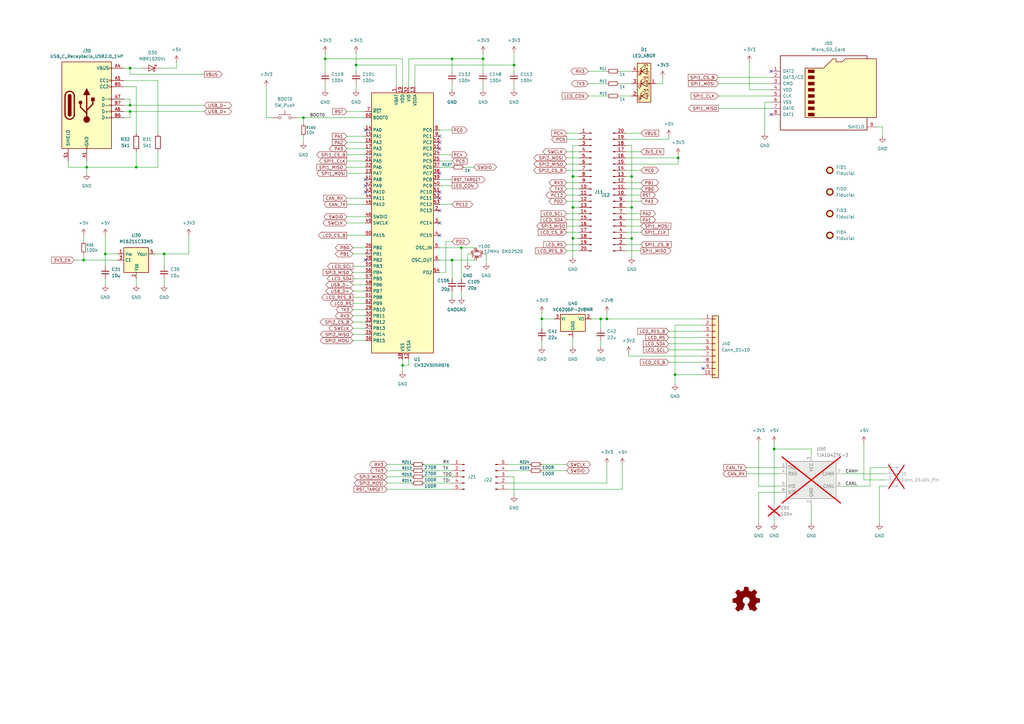
<source format=kicad_sch>
(kicad_sch (version 20250114) (generator "eeschema") (generator_version "9.0")
  (paper "A3")
  (title_block (title "Quince micro lite") (date "2026-01-23") (rev "1.0") (company "CyrusDreams") (comment 1 "CERN-OHL-S-2.0"))
  (junction (at 210.82 26.67))
  (junction (at 189.23 101.6))
  (junction (at 246.38 130.81))
  (junction (at 124.46 48.26))
  (junction (at 165.1 149.86))
  (junction (at 259.08 85.09))
  (junction (at 34.29 106.68))
  (junction (at 198.12 24.13))
  (junction (at 133.35 24.13))
  (junction (at 185.42 24.13))
  (junction (at 234.95 72.39))
  (junction (at 67.31 104.14))
  (junction (at 185.42 106.68))
  (junction (at 55.88 68.58))
  (junction (at 53.34 27.94))
  (junction (at 278.13 64.77))
  (junction (at 234.95 97.79))
  (junction (at 259.08 72.39))
  (junction (at 43.18 104.14))
  (junction (at 317.5 184.15))
  (junction (at 234.95 85.09))
  (junction (at 248.92 130.81))
  (junction (at 259.08 97.79))
  (junction (at 146.05 26.67))
  (junction (at 35.56 68.58))
  (junction (at 222.25 130.81))
  (junction (at 53.34 45.72))
  (junction (at 53.34 43.18))
  (junction (at 276.86 153.67))
  (no_connect (at 149.86 106.68))
  (no_connect (at 316.23 29.21))
  (no_connect (at 180.34 91.44))
  (no_connect (at 180.34 86.36))
  (no_connect (at 149.86 76.2))
  (no_connect (at 288.29 151.13))
  (no_connect (at 149.86 78.74))
  (no_connect (at 149.86 73.66))
  (no_connect (at 180.34 60.96))
  (no_connect (at 180.34 58.42))
  (no_connect (at 180.34 96.52))
  (no_connect (at 180.34 55.88))
  (no_connect (at 149.86 53.34))
  (no_connect (at 180.34 78.74))
  (no_connect (at 316.23 46.99))
  (no_connect (at 180.34 71.12))
  (no_connect (at 180.34 81.28))
  (wire (pts (xy 234.95 59.69) (xy 234.95 72.39)))
  (wire (pts (xy 274.32 140.97) (xy 288.29 140.97)))
  (wire (pts (xy 255.27 200.66) (xy 208.28 200.66)))
  (wire (pts (xy 256.54 95.25) (xy 262.89 95.25)))
  (wire (pts (xy 234.95 138.43) (xy 234.95 142.24)))
  (wire (pts (xy 55.88 62.23) (xy 55.88 68.58)))
  (wire (pts (xy 254 34.29) (xy 259.08 34.29)))
  (wire (pts (xy 109.22 48.26) (xy 111.76 48.26)))
  (wire (pts (xy 77.47 104.14) (xy 67.31 104.14)))
  (wire (pts (xy 232.41 69.85) (xy 237.49 69.85)))
  (wire (pts (xy 317.5 184.15) (xy 332.74 184.15)))
  (wire (pts (xy 55.88 68.58) (xy 35.56 68.58)))
  (wire (pts (xy 142.24 66.04) (xy 149.86 66.04)))
  (wire (pts (xy 248.92 128.27) (xy 248.92 130.81)))
  (wire (pts (xy 208.28 190.5) (xy 217.17 190.5)))
  (wire (pts (xy 307.34 25.4) (xy 307.34 36.83)))
  (wire (pts (xy 246.38 130.81) (xy 246.38 134.62)))
  (wire (pts (xy 210.82 26.67) (xy 210.82 29.21)))
  (wire (pts (xy 256.54 77.47) (xy 262.89 77.47)))
  (wire (pts (xy 313.69 41.91) (xy 316.23 41.91)))
  (wire (pts (xy 67.31 104.14) (xy 63.5 104.14)))
  (wire (pts (xy 35.56 66.04) (xy 35.56 68.58)))
  (wire (pts (xy 180.34 63.5) (xy 185.42 63.5)))
  (wire (pts (xy 158.75 198.12) (xy 168.91 198.12)))
  (wire (pts (xy 133.35 29.21) (xy 133.35 24.13)))
  (wire (pts (xy 180.34 53.34) (xy 185.42 53.34)))
  (wire (pts (xy 185.42 106.68) (xy 185.42 114.3)))
  (wire (pts (xy 259.08 72.39) (xy 259.08 85.09)))
  (wire (pts (xy 234.95 85.09) (xy 234.95 97.79)))
  (wire (pts (xy 332.74 207.01) (xy 332.74 214.63)))
  (wire (pts (xy 232.41 62.23) (xy 237.49 62.23)))
  (wire (pts (xy 180.34 101.6) (xy 189.23 101.6)))
  (wire (pts (xy 142.24 91.44) (xy 149.86 91.44)))
  (wire (pts (xy 237.49 59.69) (xy 234.95 59.69)))
  (wire (pts (xy 255.27 190.5) (xy 255.27 200.66)))
  (wire (pts (xy 133.35 34.29) (xy 133.35 36.83)))
  (wire (pts (xy 234.95 97.79) (xy 237.49 97.79)))
  (wire (pts (xy 121.92 48.26) (xy 124.46 48.26)))
  (wire (pts (xy 142.24 55.88) (xy 149.86 55.88)))
  (wire (pts (xy 256.54 72.39) (xy 259.08 72.39)))
  (wire (pts (xy 189.23 119.38) (xy 189.23 121.92)))
  (wire (pts (xy 256.54 100.33) (xy 262.89 100.33)))
  (wire (pts (xy 256.54 80.01) (xy 262.89 80.01)))
  (wire (pts (xy 53.34 43.18) (xy 50.8 43.18)))
  (wire (pts (xy 53.34 27.94) (xy 58.42 27.94)))
  (wire (pts (xy 72.39 25.4) (xy 72.39 27.94)))
  (wire (pts (xy 180.34 66.04) (xy 185.42 66.04)))
  (wire (pts (xy 190.5 68.58) (xy 194.31 68.58)))
  (wire (pts (xy 199.39 104.14) (xy 198.12 104.14)))
  (wire (pts (xy 222.25 128.27) (xy 222.25 130.81)))
  (wire (pts (xy 246.38 130.81) (xy 248.92 130.81)))
  (wire (pts (xy 361.95 52.07) (xy 359.41 52.07)))
  (wire (pts (xy 53.34 48.26) (xy 53.34 45.72)))
  (wire (pts (xy 232.41 54.61) (xy 237.49 54.61)))
  (wire (pts (xy 234.95 72.39) (xy 234.95 85.09)))
  (wire (pts (xy 142.24 58.42) (xy 149.86 58.42)))
  (wire (pts (xy 144.78 132.08) (xy 149.86 132.08)))
  (wire (pts (xy 256.54 82.55) (xy 262.89 82.55)))
  (wire (pts (xy 144.78 137.16) (xy 149.86 137.16)))
  (wire (pts (xy 317.5 181.61) (xy 317.5 184.15)))
  (wire (pts (xy 274.32 148.59) (xy 288.29 148.59)))
  (wire (pts (xy 232.41 74.93) (xy 237.49 74.93)))
  (wire (pts (xy 246.38 139.7) (xy 246.38 142.24)))
  (wire (pts (xy 361.95 55.88) (xy 361.95 52.07)))
  (wire (pts (xy 189.23 101.6) (xy 195.58 101.6)))
  (wire (pts (xy 64.77 68.58) (xy 55.88 68.58)))
  (wire (pts (xy 256.54 74.93) (xy 262.89 74.93)))
  (wire (pts (xy 27.94 68.58) (xy 35.56 68.58)))
  (wire (pts (xy 232.41 92.71) (xy 237.49 92.71)))
  (wire (pts (xy 256.54 102.87) (xy 262.89 102.87)))
  (wire (pts (xy 185.42 24.13) (xy 185.42 29.21)))
  (wire (pts (xy 72.39 27.94) (xy 66.04 27.94)))
  (wire (pts (xy 67.31 104.14) (xy 67.31 109.22)))
  (wire (pts (xy 185.42 34.29) (xy 185.42 36.83)))
  (wire (pts (xy 320.04 199.39) (xy 311.15 199.39)))
  (wire (pts (xy 34.29 106.68) (xy 34.29 104.14)))
  (wire (pts (xy 167.64 24.13) (xy 167.64 35.56)))
  (wire (pts (xy 274.32 138.43) (xy 288.29 138.43)))
  (wire (pts (xy 271.78 34.29) (xy 269.24 34.29)))
  (wire (pts (xy 182.88 99.06) (xy 185.42 99.06)))
  (wire (pts (xy 278.13 63.5) (xy 278.13 64.77)))
  (wire (pts (xy 271.78 31.75) (xy 271.78 34.29)))
  (wire (pts (xy 142.24 96.52) (xy 149.86 96.52)))
  (wire (pts (xy 53.34 45.72) (xy 50.8 45.72)))
  (wire (pts (xy 142.24 68.58) (xy 149.86 68.58)))
  (wire (pts (xy 222.25 190.5) (xy 232.41 190.5)))
  (wire (pts (xy 254 29.21) (xy 259.08 29.21)))
  (wire (pts (xy 142.24 88.9) (xy 149.86 88.9)))
  (wire (pts (xy 306.07 194.31) (xy 320.04 194.31)))
  (wire (pts (xy 294.64 39.37) (xy 316.23 39.37)))
  (wire (pts (xy 167.64 24.13) (xy 185.42 24.13)))
  (wire (pts (xy 276.86 133.35) (xy 276.86 153.67)))
  (wire (pts (xy 158.75 190.5) (xy 168.91 190.5)))
  (wire (pts (xy 232.41 100.33) (xy 237.49 100.33)))
  (wire (pts (xy 55.88 114.3) (xy 55.88 116.84)))
  (wire (pts (xy 53.34 30.48) (xy 53.34 27.94)))
  (wire (pts (xy 332.74 184.15) (xy 332.74 186.69)))
  (wire (pts (xy 50.8 48.26) (xy 53.34 48.26)))
  (wire (pts (xy 64.77 62.23) (xy 64.77 68.58)))
  (wire (pts (xy 256.54 97.79) (xy 259.08 97.79)))
  (wire (pts (xy 256.54 54.61) (xy 262.89 54.61)))
  (wire (pts (xy 256.54 87.63) (xy 262.89 87.63)))
  (wire (pts (xy 124.46 48.26) (xy 149.86 48.26)))
  (wire (pts (xy 30.48 106.68) (xy 34.29 106.68)))
  (wire (pts (xy 360.68 199.39) (xy 360.68 214.63)))
  (wire (pts (xy 144.78 101.6) (xy 149.86 101.6)))
  (wire (pts (xy 256.54 67.31) (xy 278.13 67.31)))
  (wire (pts (xy 144.78 116.84) (xy 149.86 116.84)))
  (wire (pts (xy 162.56 26.67) (xy 162.56 35.56)))
  (wire (pts (xy 256.54 90.17) (xy 262.89 90.17)))
  (wire (pts (xy 43.18 104.14) (xy 43.18 96.52)))
  (wire (pts (xy 180.34 76.2) (xy 185.42 76.2)))
  (wire (pts (xy 34.29 96.52) (xy 34.29 99.06)))
  (wire (pts (xy 294.64 34.29) (xy 316.23 34.29)))
  (wire (pts (xy 180.34 68.58) (xy 185.42 68.58)))
  (wire (pts (xy 320.04 201.93) (xy 311.15 201.93)))
  (wire (pts (xy 354.33 196.85) (xy 363.22 196.85)))
  (wire (pts (xy 53.34 27.94) (xy 50.8 27.94)))
  (wire (pts (xy 257.81 146.05) (xy 257.81 144.78)))
  (wire (pts (xy 50.8 33.02) (xy 64.77 33.02)))
  (wire (pts (xy 144.78 139.7) (xy 149.86 139.7)))
  (wire (pts (xy 274.32 57.15) (xy 274.32 55.88)))
  (wire (pts (xy 232.41 87.63) (xy 237.49 87.63)))
  (wire (pts (xy 313.69 54.61) (xy 313.69 41.91)))
  (wire (pts (xy 256.54 85.09) (xy 259.08 85.09)))
  (wire (pts (xy 133.35 24.13) (xy 165.1 24.13)))
  (wire (pts (xy 64.77 33.02) (xy 64.77 54.61)))
  (wire (pts (xy 276.86 153.67) (xy 288.29 153.67)))
  (wire (pts (xy 248.92 190.5) (xy 248.92 198.12)))
  (wire (pts (xy 256.54 59.69) (xy 259.08 59.69)))
  (wire (pts (xy 165.1 147.32) (xy 165.1 149.86)))
  (wire (pts (xy 256.54 92.71) (xy 262.89 92.71)))
  (wire (pts (xy 182.88 111.76) (xy 182.88 99.06)))
  (wire (pts (xy 67.31 114.3) (xy 67.31 116.84)))
  (wire (pts (xy 241.3 39.37) (xy 248.92 39.37)))
  (wire (pts (xy 27.94 66.04) (xy 27.94 68.58)))
  (wire (pts (xy 35.56 68.58) (xy 35.56 71.12)))
  (wire (pts (xy 144.78 109.22) (xy 149.86 109.22)))
  (wire (pts (xy 306.07 191.77) (xy 320.04 191.77)))
  (wire (pts (xy 210.82 195.58) (xy 208.28 195.58)))
  (wire (pts (xy 170.18 26.67) (xy 210.82 26.67)))
  (wire (pts (xy 232.41 77.47) (xy 237.49 77.47)))
  (wire (pts (xy 234.95 72.39) (xy 237.49 72.39)))
  (wire (pts (xy 356.87 191.77) (xy 363.22 191.77)))
  (wire (pts (xy 146.05 26.67) (xy 162.56 26.67)))
  (wire (pts (xy 198.12 29.21) (xy 198.12 24.13)))
  (wire (pts (xy 146.05 29.21) (xy 146.05 26.67)))
  (wire (pts (xy 311.15 201.93) (xy 311.15 214.63)))
  (wire (pts (xy 198.12 34.29) (xy 198.12 36.83)))
  (wire (pts (xy 198.12 21.59) (xy 198.12 24.13)))
  (wire (pts (xy 222.25 130.81) (xy 222.25 134.62)))
  (wire (pts (xy 146.05 34.29) (xy 146.05 36.83)))
  (wire (pts (xy 242.57 130.81) (xy 246.38 130.81)))
  (wire (pts (xy 278.13 64.77) (xy 256.54 64.77)))
  (wire (pts (xy 173.99 198.12) (xy 185.42 198.12)))
  (wire (pts (xy 257.81 146.05) (xy 288.29 146.05)))
  (wire (pts (xy 158.75 193.04) (xy 168.91 193.04)))
  (wire (pts (xy 180.34 83.82) (xy 185.42 83.82)))
  (wire (pts (xy 144.78 127) (xy 149.86 127)))
  (wire (pts (xy 294.64 31.75) (xy 316.23 31.75)))
  (wire (pts (xy 232.41 80.01) (xy 237.49 80.01)))
  (wire (pts (xy 241.3 29.21) (xy 248.92 29.21)))
  (wire (pts (xy 294.64 44.45) (xy 316.23 44.45)))
  (wire (pts (xy 256.54 57.15) (xy 274.32 57.15)))
  (wire (pts (xy 83.82 45.72) (xy 53.34 45.72)))
  (wire (pts (xy 144.78 111.76) (xy 149.86 111.76)))
  (wire (pts (xy 234.95 97.79) (xy 234.95 105.41)))
  (wire (pts (xy 142.24 45.72) (xy 149.86 45.72)))
  (wire (pts (xy 165.1 24.13) (xy 165.1 35.56)))
  (wire (pts (xy 311.15 199.39) (xy 311.15 181.61)))
  (wire (pts (xy 142.24 83.82) (xy 149.86 83.82)))
  (wire (pts (xy 345.44 194.31) (xy 363.22 194.31)))
  (wire (pts (xy 185.42 119.38) (xy 185.42 121.92)))
  (wire (pts (xy 180.34 106.68) (xy 185.42 106.68)))
  (wire (pts (xy 146.05 21.59) (xy 146.05 26.67)))
  (wire (pts (xy 232.41 67.31) (xy 237.49 67.31)))
  (wire (pts (xy 144.78 114.3) (xy 149.86 114.3)))
  (wire (pts (xy 259.08 85.09) (xy 259.08 97.79)))
  (wire (pts (xy 210.82 34.29) (xy 210.82 36.83)))
  (wire (pts (xy 144.78 129.54) (xy 149.86 129.54)))
  (wire (pts (xy 256.54 69.85) (xy 262.89 69.85)))
  (wire (pts (xy 345.44 199.39) (xy 356.87 199.39)))
  (wire (pts (xy 167.64 149.86) (xy 165.1 149.86)))
  (wire (pts (xy 198.12 24.13) (xy 185.42 24.13)))
  (wire (pts (xy 276.86 153.67) (xy 276.86 157.48)))
  (wire (pts (xy 133.35 21.59) (xy 133.35 24.13)))
  (wire (pts (xy 185.42 195.58) (xy 173.99 195.58)))
  (wire (pts (xy 144.78 134.62) (xy 149.86 134.62)))
  (wire (pts (xy 142.24 81.28) (xy 149.86 81.28)))
  (wire (pts (xy 50.8 40.64) (xy 53.34 40.64)))
  (wire (pts (xy 83.82 30.48) (xy 53.34 30.48)))
  (wire (pts (xy 232.41 102.87) (xy 237.49 102.87)))
  (wire (pts (xy 222.25 139.7) (xy 222.25 142.24)))
  (wire (pts (xy 180.34 73.66) (xy 185.42 73.66)))
  (wire (pts (xy 180.34 111.76) (xy 182.88 111.76)))
  (wire (pts (xy 43.18 114.3) (xy 43.18 116.84)))
  (wire (pts (xy 43.18 104.14) (xy 43.18 109.22)))
  (wire (pts (xy 241.3 34.29) (xy 248.92 34.29)))
  (wire (pts (xy 208.28 193.04) (xy 217.17 193.04)))
  (wire (pts (xy 142.24 60.96) (xy 149.86 60.96)))
  (wire (pts (xy 124.46 55.88) (xy 124.46 58.42)))
  (wire (pts (xy 222.25 193.04) (xy 232.41 193.04)))
  (wire (pts (xy 317.5 207.01) (xy 317.5 184.15)))
  (wire (pts (xy 142.24 63.5) (xy 149.86 63.5)))
  (wire (pts (xy 274.32 135.89) (xy 288.29 135.89)))
  (wire (pts (xy 356.87 199.39) (xy 356.87 191.77)))
  (wire (pts (xy 254 39.37) (xy 259.08 39.37)))
  (wire (pts (xy 248.92 130.81) (xy 288.29 130.81)))
  (wire (pts (xy 199.39 104.14) (xy 199.39 107.95)))
  (wire (pts (xy 173.99 193.04) (xy 185.42 193.04)))
  (wire (pts (xy 53.34 40.64) (xy 53.34 43.18)))
  (wire (pts (xy 274.32 143.51) (xy 288.29 143.51)))
  (wire (pts (xy 259.08 59.69) (xy 259.08 72.39)))
  (wire (pts (xy 191.77 104.14) (xy 191.77 107.95)))
  (wire (pts (xy 144.78 119.38) (xy 149.86 119.38)))
  (wire (pts (xy 307.34 36.83) (xy 316.23 36.83)))
  (wire (pts (xy 232.41 90.17) (xy 237.49 90.17)))
  (wire (pts (xy 210.82 195.58) (xy 210.82 203.2)))
  (wire (pts (xy 317.5 212.09) (xy 317.5 214.63)))
  (wire (pts (xy 232.41 57.15) (xy 237.49 57.15)))
  (wire (pts (xy 210.82 21.59) (xy 210.82 26.67)))
  (wire (pts (xy 144.78 104.14) (xy 149.86 104.14)))
  (wire (pts (xy 248.92 198.12) (xy 208.28 198.12)))
  (wire (pts (xy 191.77 104.14) (xy 193.04 104.14)))
  (wire (pts (xy 165.1 149.86) (xy 165.1 152.4)))
  (wire (pts (xy 83.82 43.18) (xy 53.34 43.18)))
  (wire (pts (xy 50.8 35.56) (xy 55.88 35.56)))
  (wire (pts (xy 256.54 62.23) (xy 262.89 62.23)))
  (wire (pts (xy 48.26 106.68) (xy 34.29 106.68)))
  (wire (pts (xy 158.75 200.66) (xy 185.42 200.66)))
  (wire (pts (xy 222.25 130.81) (xy 227.33 130.81)))
  (wire (pts (xy 354.33 196.85) (xy 354.33 181.61)))
  (wire (pts (xy 232.41 95.25) (xy 237.49 95.25)))
  (wire (pts (xy 158.75 195.58) (xy 168.91 195.58)))
  (wire (pts (xy 232.41 82.55) (xy 237.49 82.55)))
  (wire (pts (xy 363.22 199.39) (xy 360.68 199.39)))
  (wire (pts (xy 259.08 97.79) (xy 259.08 105.41)))
  (wire (pts (xy 77.47 96.52) (xy 77.47 104.14)))
  (wire (pts (xy 124.46 48.26) (xy 124.46 50.8)))
  (wire (pts (xy 232.41 64.77) (xy 237.49 64.77)))
  (wire (pts (xy 48.26 104.14) (xy 43.18 104.14)))
  (wire (pts (xy 276.86 133.35) (xy 288.29 133.35)))
  (wire (pts (xy 170.18 26.67) (xy 170.18 35.56)))
  (wire (pts (xy 185.42 106.68) (xy 195.58 106.68)))
  (wire (pts (xy 234.95 85.09) (xy 237.49 85.09)))
  (wire (pts (xy 109.22 35.56) (xy 109.22 48.26)))
  (wire (pts (xy 144.78 121.92) (xy 149.86 121.92)))
  (wire (pts (xy 167.64 147.32) (xy 167.64 149.86)))
  (wire (pts (xy 55.88 35.56) (xy 55.88 54.61)))
  (wire (pts (xy 144.78 124.46) (xy 149.86 124.46)))
  (wire (pts (xy 189.23 101.6) (xy 189.23 114.3)))
  (wire (pts (xy 142.24 71.12) (xy 149.86 71.12)))
  (wire (pts (xy 173.99 190.5) (xy 185.42 190.5)))
  (wire (pts (xy 278.13 67.31) (xy 278.13 64.77)))
  (label "CANL" (at 346.71 199.39 0))
  (label "BOOT0" (at 127 48.26 0))
  (label "TX" (at 181.61 193.04 0))
  (label "TDO" (at 181.61 195.58 0))
  (label "TDI" (at 181.61 198.12 0))
  (label "CANH" (at 346.71 194.31 0))
  (label "RX" (at 181.61 190.5 0))
  (global_label "LCD_RS" (shape input) (at 232.41 100.33 180) (property "Intersheetrefs" "${INTERSHEET_REFS}" (effects (hide yes))))
  (global_label "RX3" (shape bidirectional) (at 144.78 129.54 180) (property "Intersheetrefs" "${INTERSHEET_REFS}" (effects (hide yes))))
  (global_label "CAN_RX" (shape input) (at 142.24 81.28 180) (property "Intersheetrefs" "${INTERSHEET_REFS}" (effects (hide yes))))
  (global_label "RST" (shape output) (at 262.89 80.01 0) (property "Intersheetrefs" "${INTERSHEET_REFS}" (effects (hide yes))))
  (global_label "SPI1_MOSI" (shape input) (at 262.89 92.71 0) (property "Intersheetrefs" "${INTERSHEET_REFS}" (effects (hide yes))))
  (global_label "SPI3_MISO" (shape output) (at 232.41 92.71 180) (property "Intersheetrefs" "${INTERSHEET_REFS}" (effects (hide yes))))
  (global_label "PA1" (shape input) (at 142.24 55.88 180) (property "Intersheetrefs" "${INTERSHEET_REFS}" (effects (hide yes))))
  (global_label "SWCLK" (shape bidirectional) (at 142.24 91.44 180) (property "Intersheetrefs" "${INTERSHEET_REFS}" (effects (hide yes))))
  (global_label "PA3" (shape bidirectional) (at 142.24 60.96 180) (property "Intersheetrefs" "${INTERSHEET_REFS}" (effects (hide yes))))
  (global_label "USB_D+" (shape bidirectional) (at 83.82 45.72 0) (property "Intersheetrefs" "${INTERSHEET_REFS}" (effects (hide yes))))
  (global_label "SPI2_CS_B" (shape bidirectional) (at 232.41 69.85 180) (property "Intersheetrefs" "${INTERSHEET_REFS}" (effects (hide yes))))
  (global_label "3V3_EN" (shape input) (at 262.89 62.23 0) (property "Intersheetrefs" "${INTERSHEET_REFS}" (effects (hide yes))))
  (global_label "PD2" (shape bidirectional) (at 232.41 82.55 180) (property "Intersheetrefs" "${INTERSHEET_REFS}" (effects (hide yes))))
  (global_label "SPI2_CS_B" (shape bidirectional) (at 144.78 132.08 180) (property "Intersheetrefs" "${INTERSHEET_REFS}" (effects (hide yes))))
  (global_label "VBUS" (shape output) (at 83.82 30.48 0) (property "Intersheetrefs" "${INTERSHEET_REFS}" (effects (hide yes))))
  (global_label "RX3" (shape bidirectional) (at 241.3 29.21 180) (property "Intersheetrefs" "${INTERSHEET_REFS}" (effects (hide yes))))
  (global_label "SPI2_MISO" (shape bidirectional) (at 158.75 195.58 180) (property "Intersheetrefs" "${INTERSHEET_REFS}" (effects (hide yes))))
  (global_label "SPI2_MOSI" (shape bidirectional) (at 144.78 139.7 180) (property "Intersheetrefs" "${INTERSHEET_REFS}" (effects (hide yes))))
  (global_label "SWCLK" (shape bidirectional) (at 144.78 134.62 180) (property "Intersheetrefs" "${INTERSHEET_REFS}" (effects (hide yes))))
  (global_label "RST_TARGET" (shape input) (at 158.75 200.66 180) (property "Intersheetrefs" "${INTERSHEET_REFS}" (effects (hide yes))))
  (global_label "LCD_SCL" (shape output) (at 144.78 109.22 180) (property "Intersheetrefs" "${INTERSHEET_REFS}" (effects (hide yes))))
  (global_label "PA2" (shape input) (at 142.24 58.42 180) (property "Intersheetrefs" "${INTERSHEET_REFS}" (effects (hide yes))))
  (global_label "SPI2_MOSI" (shape bidirectional) (at 232.41 64.77 180) (property "Intersheetrefs" "${INTERSHEET_REFS}" (effects (hide yes))))
  (global_label "PB1" (shape bidirectional) (at 262.89 74.93 0) (property "Intersheetrefs" "${INTERSHEET_REFS}" (effects (hide yes))))
  (global_label "RX3" (shape bidirectional) (at 232.41 74.93 180) (property "Intersheetrefs" "${INTERSHEET_REFS}" (effects (hide yes))))
  (global_label "LCD_SDA" (shape output) (at 144.78 114.3 180) (property "Intersheetrefs" "${INTERSHEET_REFS}" (effects (hide yes))))
  (global_label "SWCLK" (shape bidirectional) (at 232.41 190.5 0) (property "Intersheetrefs" "${INTERSHEET_REFS}" (effects (hide yes))))
  (global_label "SPI2_MISO" (shape bidirectional) (at 232.41 67.31 180) (property "Intersheetrefs" "${INTERSHEET_REFS}" (effects (hide yes))))
  (global_label "PC12" (shape bidirectional) (at 232.41 80.01 180) (property "Intersheetrefs" "${INTERSHEET_REFS}" (effects (hide yes))))
  (global_label "SPI1_CS_B" (shape input) (at 262.89 100.33 0) (property "Intersheetrefs" "${INTERSHEET_REFS}" (effects (hide yes))))
  (global_label "LCD_SDA" (shape input) (at 232.41 90.17 180) (property "Intersheetrefs" "${INTERSHEET_REFS}" (effects (hide yes))))
  (global_label "SPI1_CS_B" (shape output) (at 142.24 63.5 180) (property "Intersheetrefs" "${INTERSHEET_REFS}" (effects (hide yes))))
  (global_label "PC5" (shape output) (at 232.41 57.15 180) (property "Intersheetrefs" "${INTERSHEET_REFS}" (effects (hide yes))))
  (global_label "VBUS" (shape input) (at 262.89 54.61 0) (property "Intersheetrefs" "${INTERSHEET_REFS}" (effects (hide yes))))
  (global_label "PA3" (shape bidirectional) (at 262.89 82.55 0) (property "Intersheetrefs" "${INTERSHEET_REFS}" (effects (hide yes))))
  (global_label "CAN_TX" (shape output) (at 142.24 83.82 180) (property "Intersheetrefs" "${INTERSHEET_REFS}" (effects (hide yes))))
  (global_label "SPI1_MOSI" (shape input) (at 294.64 34.29 180) (property "Intersheetrefs" "${INTERSHEET_REFS}" (effects (hide yes))))
  (global_label "USB_D-" (shape bidirectional) (at 83.82 43.18 0) (property "Intersheetrefs" "${INTERSHEET_REFS}" (effects (hide yes))))
  (global_label "LCD_CS_B" (shape input) (at 232.41 95.25 180) (property "Intersheetrefs" "${INTERSHEET_REFS}" (effects (hide yes))))
  (global_label "SPI1_MISO" (shape output) (at 262.89 102.87 0) (property "Intersheetrefs" "${INTERSHEET_REFS}" (effects (hide yes))))
  (global_label "LCD_SDA" (shape input) (at 274.32 140.97 180) (property "Intersheetrefs" "${INTERSHEET_REFS}" (effects (hide yes))))
  (global_label "CAN_TX" (shape input) (at 306.07 191.77 180) (property "Intersheetrefs" "${INTERSHEET_REFS}" (effects (hide yes))))
  (global_label "SPI1_CLK" (shape output) (at 142.24 66.04 180) (property "Intersheetrefs" "${INTERSHEET_REFS}" (effects (hide yes))))
  (global_label "SPI1_CLK" (shape input) (at 262.89 95.25 0) (property "Intersheetrefs" "${INTERSHEET_REFS}" (effects (hide yes))))
  (global_label "PC4" (shape input) (at 232.41 54.61 180) (property "Intersheetrefs" "${INTERSHEET_REFS}" (effects (hide yes))))
  (global_label "RST_TARGET" (shape output) (at 185.42 73.66 0) (property "Intersheetrefs" "${INTERSHEET_REFS}" (effects (hide yes))))
  (global_label "SPI1_MOSI" (shape output) (at 142.24 71.12 180) (property "Intersheetrefs" "${INTERSHEET_REFS}" (effects (hide yes))))
  (global_label "LCD_RES_B" (shape output) (at 144.78 121.92 180) (property "Intersheetrefs" "${INTERSHEET_REFS}" (effects (hide yes))))
  (global_label "PB0" (shape bidirectional) (at 262.89 77.47 0) (property "Intersheetrefs" "${INTERSHEET_REFS}" (effects (hide yes))))
  (global_label "SPI3_MISO" (shape input) (at 144.78 111.76 180) (property "Intersheetrefs" "${INTERSHEET_REFS}" (effects (hide yes))))
  (global_label "USB_D+" (shape bidirectional) (at 144.78 119.38 180) (property "Intersheetrefs" "${INTERSHEET_REFS}" (effects (hide yes))))
  (global_label "SPI1_MISO" (shape output) (at 294.64 44.45 180) (property "Intersheetrefs" "${INTERSHEET_REFS}" (effects (hide yes))))
  (global_label "LCD_SCL" (shape input) (at 232.41 87.63 180) (property "Intersheetrefs" "${INTERSHEET_REFS}" (effects (hide yes))))
  (global_label "PC4" (shape output) (at 185.42 63.5 0) (property "Intersheetrefs" "${INTERSHEET_REFS}" (effects (hide yes))))
  (global_label "PA1" (shape output) (at 262.89 90.17 0) (property "Intersheetrefs" "${INTERSHEET_REFS}" (effects (hide yes))))
  (global_label "TX3" (shape bidirectional) (at 232.41 77.47 180) (property "Intersheetrefs" "${INTERSHEET_REFS}" (effects (hide yes))))
  (global_label "SPI2_MOSI" (shape bidirectional) (at 158.75 198.12 180) (property "Intersheetrefs" "${INTERSHEET_REFS}" (effects (hide yes))))
  (global_label "PC5" (shape input) (at 185.42 66.04 0) (property "Intersheetrefs" "${INTERSHEET_REFS}" (effects (hide yes))))
  (global_label "SPI1_CS_B" (shape input) (at 294.64 31.75 180) (property "Intersheetrefs" "${INTERSHEET_REFS}" (effects (hide yes))))
  (global_label "SWDIO" (shape bidirectional) (at 194.31 68.58 0) (property "Intersheetrefs" "${INTERSHEET_REFS}" (effects (hide yes))))
  (global_label "LCD_RES_B" (shape input) (at 232.41 102.87 180) (property "Intersheetrefs" "${INTERSHEET_REFS}" (effects (hide yes))))
  (global_label "SPI1_CLK" (shape input) (at 294.64 39.37 180) (property "Intersheetrefs" "${INTERSHEET_REFS}" (effects (hide yes))))
  (global_label "PC0" (shape output) (at 185.42 53.34 0) (property "Intersheetrefs" "${INTERSHEET_REFS}" (effects (hide yes))))
  (global_label "PB0" (shape bidirectional) (at 144.78 101.6 180) (property "Intersheetrefs" "${INTERSHEET_REFS}" (effects (hide yes))))
  (global_label "RX3" (shape bidirectional) (at 158.75 190.5 180) (property "Intersheetrefs" "${INTERSHEET_REFS}" (effects (hide yes))))
  (global_label "SWDIO" (shape bidirectional) (at 142.24 88.9 180) (property "Intersheetrefs" "${INTERSHEET_REFS}" (effects (hide yes))))
  (global_label "3V3_EN" (shape input) (at 30.48 106.68 180) (property "Intersheetrefs" "${INTERSHEET_REFS}" (effects (hide yes))))
  (global_label "PD2" (shape bidirectional) (at 185.42 99.06 0) (property "Intersheetrefs" "${INTERSHEET_REFS}" (effects (hide yes))))
  (global_label "LED_CON" (shape output) (at 185.42 76.2 0) (property "Intersheetrefs" "${INTERSHEET_REFS}" (effects (hide yes))))
  (global_label "PA2" (shape output) (at 262.89 87.63 0) (property "Intersheetrefs" "${INTERSHEET_REFS}" (effects (hide yes))))
  (global_label "TX3" (shape bidirectional) (at 241.3 34.29 180) (property "Intersheetrefs" "${INTERSHEET_REFS}" (effects (hide yes))))
  (global_label "PC0" (shape bidirectional) (at 262.89 69.85 0) (property "Intersheetrefs" "${INTERSHEET_REFS}" (effects (hide yes))))
  (global_label "LCD_RES_B" (shape input) (at 274.32 135.89 180) (property "Intersheetrefs" "${INTERSHEET_REFS}" (effects (hide yes))))
  (global_label "CAN_RX" (shape output) (at 306.07 194.31 180) (property "Intersheetrefs" "${INTERSHEET_REFS}" (effects (hide yes))))
  (global_label "RST" (shape input) (at 142.24 45.72 180) (property "Intersheetrefs" "${INTERSHEET_REFS}" (effects (hide yes))))
  (global_label "SPI1_MISO" (shape input) (at 142.24 68.58 180) (property "Intersheetrefs" "${INTERSHEET_REFS}" (effects (hide yes))))
  (global_label "PC12" (shape bidirectional) (at 185.42 83.82 0) (property "Intersheetrefs" "${INTERSHEET_REFS}" (effects (hide yes))))
  (global_label "LCD_CS_B" (shape output) (at 142.24 96.52 180) (property "Intersheetrefs" "${INTERSHEET_REFS}" (effects (hide yes))))
  (global_label "PB1" (shape bidirectional) (at 144.78 104.14 180) (property "Intersheetrefs" "${INTERSHEET_REFS}" (effects (hide yes))))
  (global_label "TX3" (shape bidirectional) (at 158.75 193.04 180) (property "Intersheetrefs" "${INTERSHEET_REFS}" (effects (hide yes))))
  (global_label "SWDIO" (shape bidirectional) (at 232.41 193.04 0) (property "Intersheetrefs" "${INTERSHEET_REFS}" (effects (hide yes))))
  (global_label "SPI2_MISO" (shape bidirectional) (at 144.78 137.16 180) (property "Intersheetrefs" "${INTERSHEET_REFS}" (effects (hide yes))))
  (global_label "LCD_RS" (shape input) (at 274.32 138.43 180) (property "Intersheetrefs" "${INTERSHEET_REFS}" (effects (hide yes))))
  (global_label "LED_CON" (shape input) (at 241.3 39.37 180) (property "Intersheetrefs" "${INTERSHEET_REFS}" (effects (hide yes))))
  (global_label "TX3" (shape bidirectional) (at 144.78 127 180) (property "Intersheetrefs" "${INTERSHEET_REFS}" (effects (hide yes))))
  (global_label "LCD_SCL" (shape input) (at 274.32 143.51 180) (property "Intersheetrefs" "${INTERSHEET_REFS}" (effects (hide yes))))
  (global_label "USB_D-" (shape bidirectional) (at 144.78 116.84 180) (property "Intersheetrefs" "${INTERSHEET_REFS}" (effects (hide yes))))
  (global_label "SWCLK" (shape bidirectional) (at 232.41 62.23 180) (property "Intersheetrefs" "${INTERSHEET_REFS}" (effects (hide yes))))
  (global_label "LCD_RS" (shape output) (at 144.78 124.46 180) (property "Intersheetrefs" "${INTERSHEET_REFS}" (effects (hide yes))))
  (global_label "LCD_CS_B" (shape input) (at 274.32 148.59 180) (property "Intersheetrefs" "${INTERSHEET_REFS}" (effects (hide yes))))
  (symbol (lib_id "Device:C_Small") (at 246.38 137.16 0) (unit 1)
    (property "Reference" "C42" (at 248.92 135.8962 0) (effects (justify left)))
    (property "Value" "22u" (at 248.92 138.4362 0) (effects (justify left)))
    (property "Footprint" "Capacitor_SMD:C_0603_1608Metric" (effects (hide yes)))
    (property "Description" "Unpolarized capacitor, small symbol" (effects (hide yes)))
  )
  (symbol (lib_id "power:GND") (at 43.18 116.84 0) (unit 1)
    (property "Reference" "#PWR017" (effects (hide yes)))
    (property "Value" "GND" (at 43.18 121.92 0))
    (property "Description" "Power symbol creates a global label with name \"GND\" , ground" (effects (hide yes)))
  )
  (symbol (lib_id "Mechanical:Fiducial") (at 340.36 87.63 0) (unit 1) (in_bom no)
    (property "Reference" "FID3" (at 342.9 86.3599 0) (effects (justify left)))
    (property "Value" "Fiducial" (at 342.9 88.8999 0) (effects (justify left)))
    (property "Footprint" "Fiducial:Fiducial_0.5mm_Mask1mm" (effects (hide yes)))
    (property "Description" "Fiducial Marker" (effects (hide yes)))
  )
  (symbol (lib_id "power:GND") (at 146.05 36.83 0) (unit 1)
    (property "Reference" "#PWR039" (effects (hide yes)))
    (property "Value" "GND" (at 146.05 41.91 0))
    (property "Description" "Power symbol creates a global label with name \"GND\" , ground" (effects (hide yes)))
  )
  (symbol (lib_id "power:GND") (at 133.35 36.83 0) (unit 1)
    (property "Reference" "#PWR040" (effects (hide yes)))
    (property "Value" "GND" (at 133.35 41.91 0))
    (property "Description" "Power symbol creates a global label with name \"GND\" , ground" (effects (hide yes)))
  )
  (symbol (lib_id "power:+3V3") (at 311.15 181.61 0) (unit 1)
    (property "Reference" "#PWR049" (effects (hide yes)))
    (property "Value" "+3V3" (at 311.15 176.53 0))
    (property "Description" "Power symbol creates a global label with name \"+3V3\"" (effects (hide yes)))
  )
  (symbol (lib_id "power:+3V3") (at 198.12 21.59 0) (unit 1)
    (property "Reference" "#PWR023" (effects (hide yes)))
    (property "Value" "+3V3" (at 198.12 16.51 0))
    (property "Description" "Power symbol creates a global label with name \"+3V3\"" (effects (hide yes)))
  )
  (symbol (lib_id "power:+3V3") (at 146.05 21.59 0) (unit 1)
    (property "Reference" "#PWR043" (effects (hide yes)))
    (property "Value" "+3V3" (at 146.05 16.51 0))
    (property "Description" "Power symbol creates a global label with name \"+3V3\"" (effects (hide yes)))
  )
  (symbol (lib_id "power:GND") (at 185.42 121.92 0) (unit 1)
    (property "Reference" "#PWR035" (effects (hide yes)))
    (property "Value" "GND" (at 185.42 127 0))
    (property "Description" "Power symbol creates a global label with name \"GND\" , ground" (effects (hide yes)))
  )
  (symbol (lib_id "Device:R_Small") (at 187.96 68.58 90) (unit 1)
    (property "Reference" "R137" (at 185.42 67.564 90) (effects (font (size 1.016 1.016)) (justify left)))
    (property "Value" "1k" (at 190.5 69.85 90) (effects (justify right)))
    (property "Footprint" "Resistor_SMD:R_0402_1005Metric" (effects (hide yes)))
    (property "Description" "Resistor, small symbol" (effects (hide yes)))
  )
  (symbol (lib_id "Switch:SW_Push") (at 116.84 48.26 0) (unit 1)
    (property "Reference" "BOOT0" (at 116.84 40.64 0))
    (property "Value" "SW_Push" (at 116.84 43.18 0))
    (property "Footprint" "Button_Switch_SMD:SW_SPST_B3U-1000P" (effects (hide yes)))
    (property "Description" "Push button switch, generic, two pins" (effects (hide yes)))
  )
  (symbol (lib_id "Device:C_Small") (at 67.31 111.76 0) (unit 1)
    (property "Reference" "C35" (at 69.85 110.4962 0) (effects (justify left)))
    (property "Value" "10u" (at 69.85 113.0362 0) (effects (justify left)))
    (property "Footprint" "Capacitor_SMD:C_0603_1608Metric" (effects (hide yes)))
    (property "Description" "Unpolarized capacitor, small symbol" (effects (hide yes)))
  )
  (symbol (lib_id "power:GND") (at 210.82 203.2 0) (unit 1)
    (property "Reference" "#PWR09" (effects (hide yes)))
    (property "Value" "GND" (at 210.82 208.28 0))
    (property "Description" "Power symbol creates a global label with name \"GND\" , ground" (effects (hide yes)))
  )
  (symbol (lib_id "power:GND") (at 198.12 36.83 0) (unit 1)
    (property "Reference" "#PWR046" (effects (hide yes)))
    (property "Value" "GND" (at 198.12 41.91 0))
    (property "Description" "Power symbol creates a global label with name \"GND\" , ground" (effects (hide yes)))
  )
  (symbol (lib_id "Device:R_Small") (at 171.45 195.58 90) (unit 1)
    (property "Reference" "R213" (at 168.91 194.564 90) (effects (font (size 1.016 1.016)) (justify left)))
    (property "Value" "100R" (at 173.99 196.85 90) (effects (justify right)))
    (property "Footprint" "Resistor_SMD:R_0402_1005Metric" (effects (hide yes)))
    (property "Description" "Resistor, small symbol" (effects (hide yes)))
  )
  (symbol (lib_id "power:GND") (at 185.42 36.83 0) (unit 1)
    (property "Reference" "#PWR020" (effects (hide yes)))
    (property "Value" "GND" (at 185.42 41.91 0))
    (property "Description" "Power symbol creates a global label with name \"GND\" , ground" (effects (hide yes)))
  )
  (symbol (lib_id "power:GND") (at 259.08 105.41 0) (unit 1)
    (property "Reference" "#PWR027" (effects (hide yes)))
    (property "Value" "GND" (at 259.08 110.49 0))
    (property "Description" "Power symbol creates a global label with name \"GND\" , ground" (effects (hide yes)))
  )
  (symbol (lib_id "Device:R_Small") (at 251.46 34.29 90) (unit 1)
    (property "Reference" "R12" (at 248.92 33.274 90) (effects (font (size 1.016 1.016)) (justify left)))
    (property "Value" "1k" (at 254 35.56 90) (effects (justify right)))
    (property "Footprint" "Resistor_SMD:R_0402_1005Metric" (effects (hide yes)))
    (property "Description" "Resistor, small symbol" (effects (hide yes)))
  )
  (symbol (lib_id "power:+3V3") (at 77.47 96.52 0) (unit 1)
    (property "Reference" "#PWR04" (effects (hide yes)))
    (property "Value" "+3V3" (at 77.47 91.44 0))
    (property "Description" "Power symbol creates a global label with name \"+3V3\"" (effects (hide yes)))
  )
  (symbol (lib_id "power:+5V") (at 354.33 181.61 0) (unit 1)
    (property "Reference" "#PWR053" (effects (hide yes)))
    (property "Value" "+5V" (at 354.33 176.53 0))
    (property "Description" "Power symbol creates a global label with name \"+5V\"" (effects (hide yes)))
  )
  (symbol (lib_id "power:GND") (at 311.15 214.63 0) (unit 1)
    (property "Reference" "#PWR050" (effects (hide yes)))
    (property "Value" "GND" (at 311.15 219.71 0))
    (property "Description" "Power symbol creates a global label with name \"GND\" , ground" (effects (hide yes)))
  )
  (symbol (lib_id "Device:C_Small") (at 222.25 137.16 0) (unit 1)
    (property "Reference" "C41" (at 224.79 135.8962 0) (effects (justify left)))
    (property "Value" "22u" (at 224.79 138.4362 0) (effects (justify left)))
    (property "Footprint" "Capacitor_SMD:C_0603_1608Metric" (effects (hide yes)))
    (property "Description" "Unpolarized capacitor, small symbol" (effects (hide yes)))
  )
  (symbol (lib_id "Device:R_Small") (at 34.29 101.6 0) (unit 1)
    (property "Reference" "R30" (at 35.306 100.584 0) (effects (font (size 1.016 1.016)) (justify left)))
    (property "Value" "100k" (at 35.306 102.616 0) (effects (justify left)))
    (property "Footprint" "Resistor_SMD:R_0402_1005Metric" (effects (hide yes)))
    (property "Description" "Resistor, small symbol" (effects (hide yes)))
  )
  (symbol (lib_id "power:GND") (at 189.23 121.92 0) (unit 1)
    (property "Reference" "#PWR036" (effects (hide yes)))
    (property "Value" "GND" (at 189.23 127 0))
    (property "Description" "Power symbol creates a global label with name \"GND\" , ground" (effects (hide yes)))
  )
  (symbol (lib_id "Device:R_Small") (at 124.46 53.34 0) (unit 1)
    (property "Reference" "R160" (at 125.476 52.324 0) (effects (font (size 1.016 1.016)) (justify left)))
    (property "Value" "10k" (at 125.476 54.356 0) (effects (justify left)))
    (property "Footprint" "Resistor_SMD:R_0402_1005Metric" (effects (hide yes)))
    (property "Description" "Resistor, small symbol" (effects (hide yes)))
  )
  (symbol (lib_id "power:+5V") (at 34.29 96.52 0) (unit 1)
    (property "Reference" "#PWR037" (effects (hide yes)))
    (property "Value" "+5V" (at 34.29 91.44 0))
    (property "Description" "Power symbol creates a global label with name \"+5V\"" (effects (hide yes)))
  )
  (symbol (lib_id "Device:R") (at 64.77 58.42 0) (mirror x) (unit 1)
    (property "Reference" "R31" (at 62.23 57.1499 0) (effects (justify right)))
    (property "Value" "5k1" (at 62.23 59.6899 0) (effects (justify right)))
    (property "Footprint" "Resistor_SMD:R_0402_1005Metric" (effects (hide yes)))
    (property "Description" "Resistor" (effects (hide yes)))
  )
  (symbol (lib_id "Device:R_Small") (at 171.45 198.12 90) (unit 1)
    (property "Reference" "R214" (at 168.91 197.104 90) (effects (font (size 1.016 1.016)) (justify left)))
    (property "Value" "100R" (at 173.99 199.39 90) (effects (justify right)))
    (property "Footprint" "Resistor_SMD:R_0402_1005Metric" (effects (hide yes)))
    (property "Description" "Resistor, small symbol" (effects (hide yes)))
  )
  (symbol (lib_id "power:+3V3") (at 307.34 25.4 0) (mirror y) (unit 1)
    (property "Reference" "#PWR013" (effects (hide yes)))
    (property "Value" "+3V3" (at 307.34 20.32 0))
    (property "Description" "Power symbol creates a global label with name \"+3V3\"" (effects (hide yes)))
  )
  (symbol (lib_id "Mechanical:Fiducial") (at 340.36 96.52 0) (unit 1) (in_bom no)
    (property "Reference" "FID4" (at 342.9 95.2499 0) (effects (justify left)))
    (property "Value" "Fiducial" (at 342.9 97.7899 0) (effects (justify left)))
    (property "Footprint" "Fiducial:Fiducial_0.5mm_Mask1mm" (effects (hide yes)))
    (property "Description" "Fiducial Marker" (effects (hide yes)))
  )
  (symbol (lib_id "power:GND") (at 313.69 54.61 0) (mirror y) (unit 1)
    (property "Reference" "#PWR011" (effects (hide yes)))
    (property "Value" "GND" (at 313.69 59.69 0))
    (property "Description" "Power symbol creates a global label with name \"GND\" , ground" (effects (hide yes)))
  )
  (symbol (lib_id "power:GND") (at 210.82 36.83 0) (unit 1)
    (property "Reference" "#PWR041" (effects (hide yes)))
    (property "Value" "GND" (at 210.82 41.91 0))
    (property "Description" "Power symbol creates a global label with name \"GND\" , ground" (effects (hide yes)))
  )
  (symbol (lib_id "Regulator_Linear:ME6211C33M5") (at 55.88 106.68 0) (unit 1)
    (property "Reference" "U30" (at 55.88 96.52 0))
    (property "Value" "ME6211C33M5" (at 55.88 99.06 0))
    (property "Footprint" "Package_TO_SOT_SMD:SOT-23-5" (effects (hide yes)))
    (property "Datasheet" "https://www.lcsc.com/datasheet/lcsc_datasheet_2304140030_MICRONE-Nanjing-Micro-One-Elec-ME6211C33R5G_C235316.pdf" (effects (hide yes)))
    (property "Description" "500mA low dropout linear regulator, shutdown pin, 6.5V max input voltage, 3.3V fixed positive output, SOT-23-5" (effects (hide yes)))
  )
  (symbol (lib_id "power:+3V3") (at 257.81 144.78 0) (unit 1)
    (property "Reference" "#PWR02" (effects (hide yes)))
    (property "Value" "+3V3" (at 257.81 139.7 0))
    (property "Description" "Power symbol creates a global label with name \"+3V3\"" (effects (hide yes)))
  )
  (symbol (lib_id "Graphic:Logo_Open_Hardware_Small") (at 306.07 246.38 0) (unit 1) (exclude_from_sim yes) (in_bom no) (on_board no)
    (property "Reference" "#SYM1" (effects (hide yes)))
    (property "Value" "Logo_Open_Hardware_Small" (effects (hide yes)))
    (property "Description" "Open Hardware logo, small" (effects (hide yes)))
  )
  (symbol (lib_id "Connector_Generic:Conn_01x10") (at 293.37 140.97 0) (unit 1)
    (property "Reference" "J40" (at 295.91 140.9699 0) (effects (justify left)))
    (property "Value" "Conn_01x10" (at 295.91 143.5099 0) (effects (justify left)))
    (property "Footprint" "Connector_FFC-FPC:Amphenol_F32Q-1A7x1-11008_1x08-1MP_P0.5mm_Horizontal" (effects (hide yes)))
    (property "Description" "Generic connector, single row, 01x10, script generated (kicad-library-utils/schlib/autogen/connector/)" (effects (hide yes)))
  )
  (symbol (lib_id "Connector:Micro_SD_Card") (at 339.09 36.83 0) (unit 1)
    (property "Reference" "J50" (at 339.725 17.78 0))
    (property "Value" "Micro_SD_Card" (at 339.725 20.32 0))
    (property "Footprint" "Connector_Card:microSD_HC_Hirose_DM3D-SF" (effects (hide yes)))
    (property "Datasheet" "https://www.we-online.com/components/products/datasheet/693072010801.pdf" (effects (hide yes)))
    (property "Description" "Micro SD Card Socket" (effects (hide yes)))
  )
  (symbol (lib_id "Connector:Conn_01x05_Pin") (at 203.2 195.58 0) (mirror x) (unit 1) (in_bom no)
    (property "Reference" "J22" (at 201.93 196.8501 0) (effects (justify right)))
    (property "Value" "Conn_01x05_Pin" (effects (hide yes)))
    (property "Footprint" "Connector_Harwin:Harwin_M20-89005xx_1x05_P2.54mm_Horizontal" (effects (hide yes)))
    (property "Description" "Generic connector, single row, 01x05, script generated" (effects (hide yes)))
  )
  (symbol (lib_id "Connector:Conn_01x05_Pin") (at 190.5 195.58 0) (mirror y) (unit 1) (in_bom no)
    (property "Reference" "J21" (at 191.77 195.5799 0) (effects (justify right)))
    (property "Value" "Conn_01x05_Pin" (effects (hide yes)))
    (property "Footprint" "Connector_Harwin:Harwin_M20-89005xx_1x05_P2.54mm_Horizontal" (effects (hide yes)))
    (property "Description" "Generic connector, single row, 01x05, script generated" (effects (hide yes)))
  )
  (symbol (lib_id "power:+3V3") (at 210.82 21.59 0) (unit 1)
    (property "Reference" "#PWR044" (effects (hide yes)))
    (property "Value" "+3V3" (at 210.82 16.51 0))
    (property "Description" "Power symbol creates a global label with name \"+3V3\"" (effects (hide yes)))
  )
  (symbol (lib_id "Diode:MBR1020VL") (at 62.23 27.94 0) (mirror y) (unit 1)
    (property "Reference" "D30" (at 62.5475 21.59 0))
    (property "Value" "MBR1020VL" (at 62.5475 24.13 0))
    (property "Footprint" "Diode_SMD:D_SOD-123F" (effects (hide yes)))
    (property "Datasheet" "https://www.onsemi.com/pub/Collateral/MBR1020VL-D.PDF" (effects (hide yes)))
    (property "Description" "20V, 1A, 340 mV, Schottky Diode Rectifier, SOD-123F" (effects (hide yes)))
  )
  (symbol (lib_id "power:+5V") (at 274.32 55.88 0) (mirror y) (unit 1)
    (property "Reference" "#PWR045" (effects (hide yes)))
    (property "Value" "+5V" (at 274.32 50.8 0))
    (property "Description" "Power symbol creates a global label with name \"+5V\"" (effects (hide yes)))
  )
  (symbol (lib_id "MCU_WCH_CH32V3:CH32V30xRxTx") (at 165.1 91.44 0) (unit 1)
    (property "Reference" "U1" (at 169.7833 147.32 0) (effects (justify left)))
    (property "Value" "CH32V305RBT6" (at 169.7833 149.86 0) (effects (justify left)))
    (property "Footprint" "Package_QFP:LQFP-64_10x10mm_P0.5mm" (effects (hide yes)))
    (property "Datasheet" "http://www.wch-ic.com/products/CH32V307.html?" (effects (hide yes)))
    (property "Description" "The CH32V303/5/7 is an connectivity MCUs based on 32-bit RISC-V core." (effects (hide yes)))
  )
  (symbol (lib_id "power:+3V3") (at 278.13 63.5 0) (mirror y) (unit 1)
    (property "Reference" "#PWR038" (effects (hide yes)))
    (property "Value" "+3V3" (at 278.13 58.42 0))
    (property "Description" "Power symbol creates a global label with name \"+3V3\"" (effects (hide yes)))
  )
  (symbol (lib_id "Mechanical:Fiducial") (at 340.36 78.74 0) (unit 1) (in_bom no)
    (property "Reference" "FID2" (at 342.9 77.4699 0) (effects (justify left)))
    (property "Value" "Fiducial" (at 342.9 80.0099 0) (effects (justify left)))
    (property "Footprint" "Fiducial:Fiducial_0.5mm_Mask1mm" (effects (hide yes)))
    (property "Description" "Fiducial Marker" (effects (hide yes)))
  )
  (symbol (lib_id "Device:Crystal_GND24_Small") (at 195.58 104.14 90) (unit 1)
    (property "Reference" "Y100" (at 198.628 101.092 90))
    (property "Value" "12MHz SMD2520" (at 206.502 103.124 90))
    (property "Footprint" "Crystal:Crystal_SMD_2520-4Pin_2.5x2.0mm" (effects (hide yes)))
    (property "Description" "Four pin crystal, GND on pins 2 and 4, small symbol" (effects (hide yes)))
  )
  (symbol (lib_id "Device:C_Small") (at 189.23 116.84 0) (unit 1)
    (property "Reference" "C105" (at 191.77 115.5762 0) (effects (justify left)))
    (property "Value" "20p" (at 191.77 118.1162 0) (effects (justify left)))
    (property "Footprint" "Capacitor_SMD:C_0402_1005Metric" (effects (hide yes)))
    (property "Description" "Unpolarized capacitor, small symbol" (effects (hide yes)))
  )
  (symbol (lib_id "Connector:Conn_01x04_Pin") (at 368.3 194.31 0) (mirror y) (unit 1) (in_bom no) (dnp yes)
    (property "Reference" "J1" (at 369.57 194.3099 0) (effects (justify right)))
    (property "Value" "Conn_01x04_Pin" (at 369.57 196.8499 0) (effects (justify right)))
    (property "Footprint" "Connector_PinHeader_2.54mm:PinHeader_2x02_P2.54mm_Vertical_SMD" (effects (hide yes)))
    (property "Description" "Generic connector, single row, 01x04, script generated" (effects (hide yes)))
  )
  (symbol (lib_id "Device:R_Small") (at 171.45 193.04 90) (unit 1)
    (property "Reference" "R212" (at 168.91 192.024 90) (effects (font (size 1.016 1.016)) (justify left)))
    (property "Value" "270R" (at 173.99 194.31 90) (effects (justify right)))
    (property "Footprint" "Resistor_SMD:R_0402_1005Metric" (effects (hide yes)))
    (property "Description" "Resistor, small symbol" (effects (hide yes)))
  )
  (symbol (lib_id "power:GND") (at 67.31 116.84 0) (unit 1)
    (property "Reference" "#PWR019" (effects (hide yes)))
    (property "Value" "GND" (at 67.31 121.92 0))
    (property "Description" "Power symbol creates a global label with name \"GND\" , ground" (effects (hide yes)))
  )
  (symbol (lib_id "power:+5V") (at 43.18 96.52 0) (unit 1)
    (property "Reference" "#PWR03" (effects (hide yes)))
    (property "Value" "+5V" (at 43.18 91.44 0))
    (property "Description" "Power symbol creates a global label with name \"+5V\"" (effects (hide yes)))
  )
  (symbol (lib_id "Device:R_Small") (at 219.71 193.04 90) (unit 1)
    (property "Reference" "R223" (at 217.17 192.024 90) (effects (font (size 1.016 1.016)) (justify left)))
    (property "Value" "100R" (at 222.25 194.31 90) (effects (justify right)))
    (property "Footprint" "Resistor_SMD:R_0402_1005Metric" (effects (hide yes)))
    (property "Description" "Resistor, small symbol" (effects (hide yes)))
  )
  (symbol (lib_id "Interface_CAN_LIN:TJA1042TK-3") (at 332.74 196.85 0) (unit 1) (in_bom no) (dnp yes)
    (property "Reference" "U50" (at 334.8833 184.15 0) (effects (justify left)))
    (property "Value" "TJA1042TK-3" (at 334.8833 186.69 0) (effects (justify left)))
    (property "Footprint" "Package_SO:SO-8_3.9x4.9mm_P1.27mm" (effects (hide yes)))
    (property "Datasheet" "https://www.nxp.com/docs/en/data-sheet/TJA1042.pdf" (effects (hide yes)))
    (property "Description" "High-Speed CAN Transceiver, separate VIO, standby mode, VSON-8 (DFN-8)" (effects (hide yes)))
  )
  (symbol (lib_id "power:GND") (at 165.1 152.4 0) (unit 1)
    (property "Reference" "#PWR021" (effects (hide yes)))
    (property "Value" "GND" (at 165.1 157.48 0))
    (property "Description" "Power symbol creates a global label with name \"GND\" , ground" (effects (hide yes)))
  )
  (symbol (lib_id "Device:C_Small") (at 43.18 111.76 0) (unit 1)
    (property "Reference" "C31" (at 45.72 110.4962 0) (effects (justify left)))
    (property "Value" "10u" (at 45.72 113.0362 0) (effects (justify left)))
    (property "Footprint" "Capacitor_SMD:C_0603_1608Metric" (effects (hide yes)))
    (property "Description" "Unpolarized capacitor, small symbol" (effects (hide yes)))
  )
  (symbol (lib_id "Device:C_Small") (at 146.05 31.75 0) (unit 1)
    (property "Reference" "C101" (at 148.59 30.4862 0) (effects (justify left)))
    (property "Value" "100n" (at 148.59 33.0262 0) (effects (justify left)))
    (property "Footprint" "Capacitor_SMD:C_0402_1005Metric" (effects (hide yes)))
    (property "Description" "Unpolarized capacitor, small symbol" (effects (hide yes)))
  )
  (symbol (lib_id "power:GND") (at 360.68 214.63 0) (unit 1)
    (property "Reference" "#PWR052" (effects (hide yes)))
    (property "Value" "GND" (at 360.68 219.71 0))
    (property "Description" "Power symbol creates a global label with name \"GND\" , ground" (effects (hide yes)))
  )
  (symbol (lib_id "power:GND") (at 191.77 107.95 0) (unit 1)
    (property "Reference" "#PWR028" (effects (hide yes)))
    (property "Value" "GND" (at 191.77 113.03 0))
    (property "Description" "Power symbol creates a global label with name \"GND\" , ground" (effects (hide yes)))
  )
  (symbol (lib_id "Device:R_Small") (at 171.45 190.5 90) (unit 1)
    (property "Reference" "R211" (at 168.91 189.484 90) (effects (font (size 1.016 1.016)) (justify left)))
    (property "Value" "270R" (at 173.99 191.77 90) (effects (justify right)))
    (property "Footprint" "Resistor_SMD:R_0402_1005Metric" (effects (hide yes)))
    (property "Description" "Resistor, small symbol" (effects (hide yes)))
  )
  (symbol (lib_id "Device:C_Small") (at 185.42 31.75 0) (unit 1)
    (property "Reference" "C132" (at 187.96 30.4862 0) (effects (justify left)))
    (property "Value" "100n" (at 187.96 33.0262 0) (effects (justify left)))
    (property "Footprint" "Capacitor_SMD:C_0402_1005Metric" (effects (hide yes)))
    (property "Description" "Unpolarized capacitor, small symbol" (effects (hide yes)))
  )
  (symbol (lib_id "Connector:Conn_01x20_Pin") (at 251.46 80.01 0) (mirror x) (unit 1) (in_bom no)
    (property "Reference" "J12" (at 250.19 80.0101 0) (effects (justify right)))
    (property "Value" "Conn_01x20_Pin" (effects (hide yes)))
    (property "Footprint" "Connector_PinHeader_2.54mm:PinHeader_1x20_P2.54mm_Vertical" (effects (hide yes)))
    (property "Description" "Generic connector, single row, 01x20, script generated" (effects (hide yes)))
  )
  (symbol (lib_id "power:+5V") (at 255.27 190.5 0) (unit 1)
    (property "Reference" "#PWR025" (effects (hide yes)))
    (property "Value" "+5V" (at 255.27 185.42 0))
    (property "Description" "Power symbol creates a global label with name \"+5V\"" (effects (hide yes)))
  )
  (symbol (lib_id "power:GND") (at 276.86 157.48 0) (unit 1)
    (property "Reference" "#PWR07" (effects (hide yes)))
    (property "Value" "GND" (at 276.86 162.56 0))
    (property "Description" "Power symbol creates a global label with name \"GND\" , ground" (effects (hide yes)))
  )
  (symbol (lib_id "power:+5V") (at 317.5 181.61 0) (unit 1)
    (property "Reference" "#PWR048" (effects (hide yes)))
    (property "Value" "+5V" (at 317.5 176.53 0))
    (property "Description" "Power symbol creates a global label with name \"+5V\"" (effects (hide yes)))
  )
  (symbol (lib_id "power:GND") (at 234.95 105.41 0) (unit 1)
    (property "Reference" "#PWR026" (effects (hide yes)))
    (property "Value" "GND" (at 234.95 110.49 0))
    (property "Description" "Power symbol creates a global label with name \"GND\" , ground" (effects (hide yes)))
  )
  (symbol (lib_id "power:+3V3") (at 248.92 190.5 0) (unit 1)
    (property "Reference" "#PWR010" (effects (hide yes)))
    (property "Value" "+3V3" (at 248.92 185.42 0))
    (property "Description" "Power symbol creates a global label with name \"+3V3\"" (effects (hide yes)))
  )
  (symbol (lib_id "power:GND") (at 199.39 107.95 0) (unit 1)
    (property "Reference" "#PWR029" (effects (hide yes)))
    (property "Value" "GND" (at 199.39 113.03 0))
    (property "Description" "Power symbol creates a global label with name \"GND\" , ground" (effects (hide yes)))
  )
  (symbol (lib_id "Connector:USB_C_Receptacle_USB2.0_14P") (at 35.56 43.18 0) (unit 1)
    (property "Reference" "J30" (at 35.56 20.828 0))
    (property "Value" "USB_C_Receptacle_USB2.0_14P" (at 35.56 23.114 0))
    (property "Footprint" "Connector_USB:USB_C_Receptacle_G-Switch_GT-USB-7010ASV" (effects (hide yes)))
    (property "Datasheet" "https://www.usb.org/sites/default/files/documents/usb_type-c.zip" (effects (hide yes)))
    (property "Description" "USB 2.0-only 14P Type-C Receptacle connector" (effects (hide yes)))
  )
  (symbol (lib_id "power:+3V3") (at 109.22 35.56 0) (unit 1)
    (property "Reference" "#PWR024" (effects (hide yes)))
    (property "Value" "+3V3" (at 109.22 30.48 0))
    (property "Description" "Power symbol creates a global label with name \"+3V3\"" (effects (hide yes)))
  )
  (symbol (lib_id "power:GND") (at 55.88 116.84 0) (unit 1)
    (property "Reference" "#PWR05" (effects (hide yes)))
    (property "Value" "GND" (at 55.88 121.92 0))
    (property "Description" "Power symbol creates a global label with name \"GND\" , ground" (effects (hide yes)))
  )
  (symbol (lib_id "power:+5V") (at 72.39 25.4 0) (mirror y) (unit 1)
    (property "Reference" "#PWR018" (effects (hide yes)))
    (property "Value" "+5V" (at 72.39 20.32 0))
    (property "Description" "Power symbol creates a global label with name \"+5V\"" (effects (hide yes)))
  )
  (symbol (lib_id "Device:LED_ABGR") (at 264.16 34.29 0) (unit 1)
    (property "Reference" "D1" (at 264.16 20.32 0))
    (property "Value" "LED_ABGR" (at 264.16 22.86 0))
    (property "Footprint" "LED_SMD:LED_Cree-PLCC4_2x2mm_CW" (effects (hide yes)))
    (property "Description" "RGB LED, anode/blue/green/red" (effects (hide yes)))
  )
  (symbol (lib_id "Device:C_Small") (at 317.5 209.55 0) (unit 1) (in_bom no) (dnp yes)
    (property "Reference" "C51" (at 320.04 208.2862 0) (effects (justify left)))
    (property "Value" "100n" (at 320.04 210.8262 0) (effects (justify left)))
    (property "Footprint" "Capacitor_SMD:C_0603_1608Metric_Pad1.08x0.95mm_HandSolder" (effects (hide yes)))
    (property "Description" "Unpolarized capacitor, small symbol" (effects (hide yes)))
  )
  (symbol (lib_id "Connector:Conn_01x20_Pin") (at 242.57 77.47 0) (mirror y) (unit 1) (in_bom no)
    (property "Reference" "J11" (at 243.84 78.7399 0) (effects (justify right)))
    (property "Value" "Conn_01x20_Pin" (effects (hide yes)))
    (property "Footprint" "Connector_PinHeader_2.54mm:PinHeader_1x20_P2.54mm_Vertical" (effects (hide yes)))
    (property "Description" "Generic connector, single row, 01x20, script generated" (effects (hide yes)))
  )
  (symbol (lib_id "power:GND") (at 246.38 142.24 0) (unit 1)
    (property "Reference" "#PWR016" (effects (hide yes)))
    (property "Value" "GND" (at 246.38 147.32 0))
    (property "Description" "Power symbol creates a global label with name \"GND\" , ground" (effects (hide yes)))
  )
  (symbol (lib_id "power:GND") (at 317.5 214.63 0) (unit 1)
    (property "Reference" "#PWR047" (effects (hide yes)))
    (property "Value" "GND" (at 317.5 219.71 0))
    (property "Description" "Power symbol creates a global label with name \"GND\" , ground" (effects (hide yes)))
  )
  (symbol (lib_id "Device:R") (at 55.88 58.42 0) (mirror x) (unit 1)
    (property "Reference" "R32" (at 53.34 57.1499 0) (effects (justify right)))
    (property "Value" "5k1" (at 53.34 59.6899 0) (effects (justify right)))
    (property "Footprint" "Resistor_SMD:R_0402_1005Metric" (effects (hide yes)))
    (property "Description" "Resistor" (effects (hide yes)))
  )
  (symbol (lib_id "power:GND") (at 332.74 214.63 0) (unit 1)
    (property "Reference" "#PWR051" (effects (hide yes)))
    (property "Value" "GND" (at 332.74 219.71 0))
    (property "Description" "Power symbol creates a global label with name \"GND\" , ground" (effects (hide yes)))
  )
  (symbol (lib_id "Device:R_Small") (at 219.71 190.5 90) (unit 1)
    (property "Reference" "R224" (at 217.17 189.484 90) (effects (font (size 1.016 1.016)) (justify left)))
    (property "Value" "100R" (at 222.25 191.77 90) (effects (justify right)))
    (property "Footprint" "Resistor_SMD:R_0402_1005Metric" (effects (hide yes)))
    (property "Description" "Resistor, small symbol" (effects (hide yes)))
  )
  (symbol (lib_id "Device:C_Small") (at 133.35 31.75 0) (unit 1)
    (property "Reference" "C119" (at 135.89 30.4862 0) (effects (justify left)))
    (property "Value" "100n" (at 135.89 33.0262 0) (effects (justify left)))
    (property "Footprint" "Capacitor_SMD:C_0402_1005Metric" (effects (hide yes)))
    (property "Description" "Unpolarized capacitor, small symbol" (effects (hide yes)))
  )
  (symbol (lib_id "Device:C_Small") (at 210.82 31.75 0) (unit 1)
    (property "Reference" "C113" (at 213.36 30.4862 0) (effects (justify left)))
    (property "Value" "100n" (at 213.36 33.0262 0) (effects (justify left)))
    (property "Footprint" "Capacitor_SMD:C_0402_1005Metric" (effects (hide yes)))
    (property "Description" "Unpolarized capacitor, small symbol" (effects (hide yes)))
  )
  (symbol (lib_id "power:GND") (at 124.46 58.42 0) (unit 1)
    (property "Reference" "#PWR022" (effects (hide yes)))
    (property "Value" "GND" (at 124.46 63.5 0))
    (property "Description" "Power symbol creates a global label with name \"GND\" , ground" (effects (hide yes)))
  )
  (symbol (lib_id "power:GND") (at 35.56 71.12 0) (mirror y) (unit 1)
    (property "Reference" "#PWR06" (effects (hide yes)))
    (property "Value" "GND" (at 35.56 76.2 0))
    (property "Description" "Power symbol creates a global label with name \"GND\" , ground" (effects (hide yes)))
  )
  (symbol (lib_id "power:+3V3") (at 271.78 31.75 0) (mirror y) (unit 1)
    (property "Reference" "#PWR030" (effects (hide yes)))
    (property "Value" "+3V3" (at 271.78 26.67 0))
    (property "Description" "Power symbol creates a global label with name \"+3V3\"" (effects (hide yes)))
  )
  (symbol (lib_id "Regulator_Linear:XC6206PxxxMR") (at 234.95 130.81 0) (unit 1)
    (property "Reference" "U40" (at 234.95 124.46 0))
    (property "Value" "XC6206P-2V8MR" (at 234.95 127 0))
    (property "Footprint" "Package_TO_SOT_SMD:SOT-23-3" (effects (hide yes)))
    (property "Datasheet" "https://www.torexsemi.com/file/xc6206/XC6206.pdf" (effects (hide yes)))
    (property "Description" "Positive 60-250mA Low Dropout Regulator, Fixed Output, SOT-23" (effects (hide yes)))
  )
  (symbol (lib_id "power:+3V3") (at 222.25 128.27 0) (unit 1)
    (property "Reference" "#PWR014" (effects (hide yes)))
    (property "Value" "+3V3" (at 222.25 123.19 0))
    (property "Description" "Power symbol creates a global label with name \"+3V3\"" (effects (hide yes)))
  )
  (symbol (lib_id "power:GND") (at 222.25 142.24 0) (unit 1)
    (property "Reference" "#PWR015" (effects (hide yes)))
    (property "Value" "GND" (at 222.25 147.32 0))
    (property "Description" "Power symbol creates a global label with name \"GND\" , ground" (effects (hide yes)))
  )
  (symbol (lib_id "Device:C_Small") (at 198.12 31.75 0) (unit 1)
    (property "Reference" "C148" (at 200.66 30.4862 0) (effects (justify left)))
    (property "Value" "100n" (at 200.66 33.0262 0) (effects (justify left)))
    (property "Footprint" "Capacitor_SMD:C_0402_1005Metric" (effects (hide yes)))
    (property "Description" "Unpolarized capacitor, small symbol" (effects (hide yes)))
  )
  (symbol (lib_id "Mechanical:Fiducial") (at 340.36 69.85 0) (unit 1) (in_bom no)
    (property "Reference" "FID1" (at 342.9 68.5799 0) (effects (justify left)))
    (property "Value" "Fiducial" (at 342.9 71.1199 0) (effects (justify left)))
    (property "Footprint" "Fiducial:Fiducial_0.5mm_Mask1mm" (effects (hide yes)))
    (property "Description" "Fiducial Marker" (effects (hide yes)))
  )
  (symbol (lib_id "Device:C_Small") (at 185.42 116.84 0) (unit 1)
    (property "Reference" "C106" (at 179.324 115.062 0) (effects (justify left)))
    (property "Value" "20p" (at 180.848 118.618 0) (effects (justify left)))
    (property "Footprint" "Capacitor_SMD:C_0402_1005Metric" (effects (hide yes)))
    (property "Description" "Unpolarized capacitor, small symbol" (effects (hide yes)))
  )
  (symbol (lib_id "power:+3V3") (at 133.35 21.59 0) (unit 1)
    (property "Reference" "#PWR042" (effects (hide yes)))
    (property "Value" "+3V3" (at 133.35 16.51 0))
    (property "Description" "Power symbol creates a global label with name \"+3V3\"" (effects (hide yes)))
  )
  (symbol (lib_id "power:GND") (at 361.95 55.88 0) (mirror y) (unit 1)
    (property "Reference" "#PWR01" (effects (hide yes)))
    (property "Value" "GND" (at 361.95 60.96 0))
    (property "Description" "Power symbol creates a global label with name \"GND\" , ground" (effects (hide yes)))
  )
  (symbol (lib_id "Device:R_Small") (at 251.46 29.21 90) (unit 1)
    (property "Reference" "R11" (at 248.92 28.194 90) (effects (font (size 1.016 1.016)) (justify left)))
    (property "Value" "1k" (at 254 30.48 90) (effects (justify right)))
    (property "Footprint" "Resistor_SMD:R_0402_1005Metric" (effects (hide yes)))
    (property "Description" "Resistor, small symbol" (effects (hide yes)))
  )
  (symbol (lib_id "power:GND") (at 234.95 142.24 0) (unit 1)
    (property "Reference" "#PWR012" (effects (hide yes)))
    (property "Value" "GND" (at 234.95 147.32 0))
    (property "Description" "Power symbol creates a global label with name \"GND\" , ground" (effects (hide yes)))
  )
  (symbol (lib_id "power:+2V8") (at 248.92 128.27 0) (unit 1)
    (property "Reference" "#PWR08" (effects (hide yes)))
    (property "Value" "+2V8" (at 248.92 123.19 0))
    (property "Description" "Power symbol creates a global label with name \"+2V8\"" (effects (hide yes)))
  )
  (symbol (lib_id "Device:R_Small") (at 251.46 39.37 90) (unit 1)
    (property "Reference" "R13" (at 248.92 38.354 90) (effects (font (size 1.016 1.016)) (justify left)))
    (property "Value" "1k" (at 254 40.64 90) (effects (justify right)))
    (property "Footprint" "Resistor_SMD:R_0402_1005Metric" (effects (hide yes)))
    (property "Description" "Resistor, small symbol" (effects (hide yes)))
  )
)
</source>
